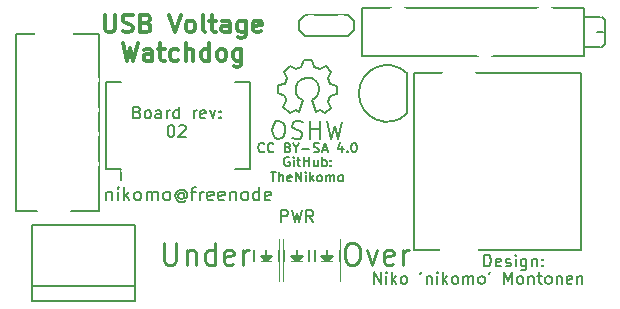
<source format=gto>
G04 #@! TF.FileFunction,Legend,Top*
%FSLAX46Y46*%
G04 Gerber Fmt 4.6, Leading zero omitted, Abs format (unit mm)*
G04 Created by KiCad (PCBNEW 4.0.1-stable) date Fri 18 Dec 2015 10:46:47 AM EET*
%MOMM*%
G01*
G04 APERTURE LIST*
%ADD10C,0.100000*%
%ADD11C,0.180000*%
%ADD12C,0.200000*%
%ADD13C,0.152400*%
%ADD14C,0.300000*%
%ADD15C,0.250000*%
%ADD16C,0.150000*%
%ADD17C,1.777000*%
%ADD18R,2.180860X1.977660*%
%ADD19C,1.380760*%
%ADD20C,2.180000*%
%ADD21C,3.379740*%
%ADD22C,1.904000*%
%ADD23O,1.980000X1.980000*%
%ADD24R,0.780000X1.730000*%
%ADD25O,1.880000X1.880000*%
%ADD26O,2.180000X2.580000*%
%ADD27R,2.880000X1.580000*%
G04 APERTURE END LIST*
D10*
D11*
X161091667Y-55913571D02*
X161234524Y-55961190D01*
X161282143Y-56008810D01*
X161329762Y-56104048D01*
X161329762Y-56246905D01*
X161282143Y-56342143D01*
X161234524Y-56389762D01*
X161139286Y-56437381D01*
X160758333Y-56437381D01*
X160758333Y-55437381D01*
X161091667Y-55437381D01*
X161186905Y-55485000D01*
X161234524Y-55532619D01*
X161282143Y-55627857D01*
X161282143Y-55723095D01*
X161234524Y-55818333D01*
X161186905Y-55865952D01*
X161091667Y-55913571D01*
X160758333Y-55913571D01*
X161901190Y-56437381D02*
X161805952Y-56389762D01*
X161758333Y-56342143D01*
X161710714Y-56246905D01*
X161710714Y-55961190D01*
X161758333Y-55865952D01*
X161805952Y-55818333D01*
X161901190Y-55770714D01*
X162044048Y-55770714D01*
X162139286Y-55818333D01*
X162186905Y-55865952D01*
X162234524Y-55961190D01*
X162234524Y-56246905D01*
X162186905Y-56342143D01*
X162139286Y-56389762D01*
X162044048Y-56437381D01*
X161901190Y-56437381D01*
X163091667Y-56437381D02*
X163091667Y-55913571D01*
X163044048Y-55818333D01*
X162948810Y-55770714D01*
X162758333Y-55770714D01*
X162663095Y-55818333D01*
X163091667Y-56389762D02*
X162996429Y-56437381D01*
X162758333Y-56437381D01*
X162663095Y-56389762D01*
X162615476Y-56294524D01*
X162615476Y-56199286D01*
X162663095Y-56104048D01*
X162758333Y-56056429D01*
X162996429Y-56056429D01*
X163091667Y-56008810D01*
X163567857Y-56437381D02*
X163567857Y-55770714D01*
X163567857Y-55961190D02*
X163615476Y-55865952D01*
X163663095Y-55818333D01*
X163758333Y-55770714D01*
X163853572Y-55770714D01*
X164615477Y-56437381D02*
X164615477Y-55437381D01*
X164615477Y-56389762D02*
X164520239Y-56437381D01*
X164329762Y-56437381D01*
X164234524Y-56389762D01*
X164186905Y-56342143D01*
X164139286Y-56246905D01*
X164139286Y-55961190D01*
X164186905Y-55865952D01*
X164234524Y-55818333D01*
X164329762Y-55770714D01*
X164520239Y-55770714D01*
X164615477Y-55818333D01*
X165853572Y-56437381D02*
X165853572Y-55770714D01*
X165853572Y-55961190D02*
X165901191Y-55865952D01*
X165948810Y-55818333D01*
X166044048Y-55770714D01*
X166139287Y-55770714D01*
X166853573Y-56389762D02*
X166758335Y-56437381D01*
X166567858Y-56437381D01*
X166472620Y-56389762D01*
X166425001Y-56294524D01*
X166425001Y-55913571D01*
X166472620Y-55818333D01*
X166567858Y-55770714D01*
X166758335Y-55770714D01*
X166853573Y-55818333D01*
X166901192Y-55913571D01*
X166901192Y-56008810D01*
X166425001Y-56104048D01*
X167234525Y-55770714D02*
X167472620Y-56437381D01*
X167710716Y-55770714D01*
X168091668Y-56342143D02*
X168139287Y-56389762D01*
X168091668Y-56437381D01*
X168044049Y-56389762D01*
X168091668Y-56342143D01*
X168091668Y-56437381D01*
X168091668Y-55818333D02*
X168139287Y-55865952D01*
X168091668Y-55913571D01*
X168044049Y-55865952D01*
X168091668Y-55818333D01*
X168091668Y-55913571D01*
X163901190Y-57017381D02*
X163996429Y-57017381D01*
X164091667Y-57065000D01*
X164139286Y-57112619D01*
X164186905Y-57207857D01*
X164234524Y-57398333D01*
X164234524Y-57636429D01*
X164186905Y-57826905D01*
X164139286Y-57922143D01*
X164091667Y-57969762D01*
X163996429Y-58017381D01*
X163901190Y-58017381D01*
X163805952Y-57969762D01*
X163758333Y-57922143D01*
X163710714Y-57826905D01*
X163663095Y-57636429D01*
X163663095Y-57398333D01*
X163710714Y-57207857D01*
X163758333Y-57112619D01*
X163805952Y-57065000D01*
X163901190Y-57017381D01*
X164615476Y-57112619D02*
X164663095Y-57065000D01*
X164758333Y-57017381D01*
X164996429Y-57017381D01*
X165091667Y-57065000D01*
X165139286Y-57112619D01*
X165186905Y-57207857D01*
X165186905Y-57303095D01*
X165139286Y-57445952D01*
X164567857Y-58017381D01*
X165186905Y-58017381D01*
D12*
X190473810Y-68977381D02*
X190473810Y-67977381D01*
X190711905Y-67977381D01*
X190854763Y-68025000D01*
X190950001Y-68120238D01*
X190997620Y-68215476D01*
X191045239Y-68405952D01*
X191045239Y-68548810D01*
X190997620Y-68739286D01*
X190950001Y-68834524D01*
X190854763Y-68929762D01*
X190711905Y-68977381D01*
X190473810Y-68977381D01*
X191854763Y-68929762D02*
X191759525Y-68977381D01*
X191569048Y-68977381D01*
X191473810Y-68929762D01*
X191426191Y-68834524D01*
X191426191Y-68453571D01*
X191473810Y-68358333D01*
X191569048Y-68310714D01*
X191759525Y-68310714D01*
X191854763Y-68358333D01*
X191902382Y-68453571D01*
X191902382Y-68548810D01*
X191426191Y-68644048D01*
X192283334Y-68929762D02*
X192378572Y-68977381D01*
X192569048Y-68977381D01*
X192664287Y-68929762D01*
X192711906Y-68834524D01*
X192711906Y-68786905D01*
X192664287Y-68691667D01*
X192569048Y-68644048D01*
X192426191Y-68644048D01*
X192330953Y-68596429D01*
X192283334Y-68501190D01*
X192283334Y-68453571D01*
X192330953Y-68358333D01*
X192426191Y-68310714D01*
X192569048Y-68310714D01*
X192664287Y-68358333D01*
X193140477Y-68977381D02*
X193140477Y-68310714D01*
X193140477Y-67977381D02*
X193092858Y-68025000D01*
X193140477Y-68072619D01*
X193188096Y-68025000D01*
X193140477Y-67977381D01*
X193140477Y-68072619D01*
X194045239Y-68310714D02*
X194045239Y-69120238D01*
X193997620Y-69215476D01*
X193950001Y-69263095D01*
X193854762Y-69310714D01*
X193711905Y-69310714D01*
X193616667Y-69263095D01*
X194045239Y-68929762D02*
X193950001Y-68977381D01*
X193759524Y-68977381D01*
X193664286Y-68929762D01*
X193616667Y-68882143D01*
X193569048Y-68786905D01*
X193569048Y-68501190D01*
X193616667Y-68405952D01*
X193664286Y-68358333D01*
X193759524Y-68310714D01*
X193950001Y-68310714D01*
X194045239Y-68358333D01*
X194521429Y-68310714D02*
X194521429Y-68977381D01*
X194521429Y-68405952D02*
X194569048Y-68358333D01*
X194664286Y-68310714D01*
X194807144Y-68310714D01*
X194902382Y-68358333D01*
X194950001Y-68453571D01*
X194950001Y-68977381D01*
X195426191Y-68882143D02*
X195473810Y-68929762D01*
X195426191Y-68977381D01*
X195378572Y-68929762D01*
X195426191Y-68882143D01*
X195426191Y-68977381D01*
X195426191Y-68358333D02*
X195473810Y-68405952D01*
X195426191Y-68453571D01*
X195378572Y-68405952D01*
X195426191Y-68358333D01*
X195426191Y-68453571D01*
X158484525Y-62639286D02*
X158484525Y-63372619D01*
X158484525Y-62744048D02*
X158536906Y-62691667D01*
X158641668Y-62639286D01*
X158798810Y-62639286D01*
X158903572Y-62691667D01*
X158955953Y-62796429D01*
X158955953Y-63372619D01*
X159479763Y-63372619D02*
X159479763Y-62639286D01*
X159479763Y-62272619D02*
X159427382Y-62325000D01*
X159479763Y-62377381D01*
X159532144Y-62325000D01*
X159479763Y-62272619D01*
X159479763Y-62377381D01*
X160003573Y-63372619D02*
X160003573Y-62272619D01*
X160108335Y-62953571D02*
X160422620Y-63372619D01*
X160422620Y-62639286D02*
X160003573Y-63058333D01*
X161051192Y-63372619D02*
X160946430Y-63320238D01*
X160894049Y-63267857D01*
X160841668Y-63163095D01*
X160841668Y-62848810D01*
X160894049Y-62744048D01*
X160946430Y-62691667D01*
X161051192Y-62639286D01*
X161208334Y-62639286D01*
X161313096Y-62691667D01*
X161365477Y-62744048D01*
X161417858Y-62848810D01*
X161417858Y-63163095D01*
X161365477Y-63267857D01*
X161313096Y-63320238D01*
X161208334Y-63372619D01*
X161051192Y-63372619D01*
X161889287Y-63372619D02*
X161889287Y-62639286D01*
X161889287Y-62744048D02*
X161941668Y-62691667D01*
X162046430Y-62639286D01*
X162203572Y-62639286D01*
X162308334Y-62691667D01*
X162360715Y-62796429D01*
X162360715Y-63372619D01*
X162360715Y-62796429D02*
X162413096Y-62691667D01*
X162517858Y-62639286D01*
X162675001Y-62639286D01*
X162779763Y-62691667D01*
X162832144Y-62796429D01*
X162832144Y-63372619D01*
X163513097Y-63372619D02*
X163408335Y-63320238D01*
X163355954Y-63267857D01*
X163303573Y-63163095D01*
X163303573Y-62848810D01*
X163355954Y-62744048D01*
X163408335Y-62691667D01*
X163513097Y-62639286D01*
X163670239Y-62639286D01*
X163775001Y-62691667D01*
X163827382Y-62744048D01*
X163879763Y-62848810D01*
X163879763Y-63163095D01*
X163827382Y-63267857D01*
X163775001Y-63320238D01*
X163670239Y-63372619D01*
X163513097Y-63372619D01*
X165032144Y-62848810D02*
X164979763Y-62796429D01*
X164875001Y-62744048D01*
X164770239Y-62744048D01*
X164665477Y-62796429D01*
X164613097Y-62848810D01*
X164560716Y-62953571D01*
X164560716Y-63058333D01*
X164613097Y-63163095D01*
X164665477Y-63215476D01*
X164770239Y-63267857D01*
X164875001Y-63267857D01*
X164979763Y-63215476D01*
X165032144Y-63163095D01*
X165032144Y-62744048D02*
X165032144Y-63163095D01*
X165084525Y-63215476D01*
X165136906Y-63215476D01*
X165241668Y-63163095D01*
X165294049Y-63058333D01*
X165294049Y-62796429D01*
X165189287Y-62639286D01*
X165032144Y-62534524D01*
X164822620Y-62482143D01*
X164613097Y-62534524D01*
X164455954Y-62639286D01*
X164351192Y-62796429D01*
X164298811Y-63005952D01*
X164351192Y-63215476D01*
X164455954Y-63372619D01*
X164613097Y-63477381D01*
X164822620Y-63529762D01*
X165032144Y-63477381D01*
X165189287Y-63372619D01*
X165608335Y-62639286D02*
X166027383Y-62639286D01*
X165765478Y-63372619D02*
X165765478Y-62429762D01*
X165817859Y-62325000D01*
X165922621Y-62272619D01*
X166027383Y-62272619D01*
X166394049Y-63372619D02*
X166394049Y-62639286D01*
X166394049Y-62848810D02*
X166446430Y-62744048D01*
X166498811Y-62691667D01*
X166603573Y-62639286D01*
X166708334Y-62639286D01*
X167494048Y-63320238D02*
X167389286Y-63372619D01*
X167179763Y-63372619D01*
X167075001Y-63320238D01*
X167022620Y-63215476D01*
X167022620Y-62796429D01*
X167075001Y-62691667D01*
X167179763Y-62639286D01*
X167389286Y-62639286D01*
X167494048Y-62691667D01*
X167546429Y-62796429D01*
X167546429Y-62901190D01*
X167022620Y-63005952D01*
X168436905Y-63320238D02*
X168332143Y-63372619D01*
X168122620Y-63372619D01*
X168017858Y-63320238D01*
X167965477Y-63215476D01*
X167965477Y-62796429D01*
X168017858Y-62691667D01*
X168122620Y-62639286D01*
X168332143Y-62639286D01*
X168436905Y-62691667D01*
X168489286Y-62796429D01*
X168489286Y-62901190D01*
X167965477Y-63005952D01*
X168960715Y-62639286D02*
X168960715Y-63372619D01*
X168960715Y-62744048D02*
X169013096Y-62691667D01*
X169117858Y-62639286D01*
X169275000Y-62639286D01*
X169379762Y-62691667D01*
X169432143Y-62796429D01*
X169432143Y-63372619D01*
X170113096Y-63372619D02*
X170008334Y-63320238D01*
X169955953Y-63267857D01*
X169903572Y-63163095D01*
X169903572Y-62848810D01*
X169955953Y-62744048D01*
X170008334Y-62691667D01*
X170113096Y-62639286D01*
X170270238Y-62639286D01*
X170375000Y-62691667D01*
X170427381Y-62744048D01*
X170479762Y-62848810D01*
X170479762Y-63163095D01*
X170427381Y-63267857D01*
X170375000Y-63320238D01*
X170270238Y-63372619D01*
X170113096Y-63372619D01*
X171422619Y-63372619D02*
X171422619Y-62272619D01*
X171422619Y-63320238D02*
X171317857Y-63372619D01*
X171108334Y-63372619D01*
X171003572Y-63320238D01*
X170951191Y-63267857D01*
X170898810Y-63163095D01*
X170898810Y-62848810D01*
X170951191Y-62744048D01*
X171003572Y-62691667D01*
X171108334Y-62639286D01*
X171317857Y-62639286D01*
X171422619Y-62691667D01*
X172365476Y-63320238D02*
X172260714Y-63372619D01*
X172051191Y-63372619D01*
X171946429Y-63320238D01*
X171894048Y-63215476D01*
X171894048Y-62796429D01*
X171946429Y-62691667D01*
X172051191Y-62639286D01*
X172260714Y-62639286D01*
X172365476Y-62691667D01*
X172417857Y-62796429D01*
X172417857Y-62901190D01*
X171894048Y-63005952D01*
D13*
X171823810Y-59235714D02*
X171785715Y-59273810D01*
X171671429Y-59311905D01*
X171595239Y-59311905D01*
X171480953Y-59273810D01*
X171404762Y-59197619D01*
X171366667Y-59121429D01*
X171328572Y-58969048D01*
X171328572Y-58854762D01*
X171366667Y-58702381D01*
X171404762Y-58626190D01*
X171480953Y-58550000D01*
X171595239Y-58511905D01*
X171671429Y-58511905D01*
X171785715Y-58550000D01*
X171823810Y-58588095D01*
X172623810Y-59235714D02*
X172585715Y-59273810D01*
X172471429Y-59311905D01*
X172395239Y-59311905D01*
X172280953Y-59273810D01*
X172204762Y-59197619D01*
X172166667Y-59121429D01*
X172128572Y-58969048D01*
X172128572Y-58854762D01*
X172166667Y-58702381D01*
X172204762Y-58626190D01*
X172280953Y-58550000D01*
X172395239Y-58511905D01*
X172471429Y-58511905D01*
X172585715Y-58550000D01*
X172623810Y-58588095D01*
X173842858Y-58892857D02*
X173957144Y-58930952D01*
X173995239Y-58969048D01*
X174033334Y-59045238D01*
X174033334Y-59159524D01*
X173995239Y-59235714D01*
X173957144Y-59273810D01*
X173880953Y-59311905D01*
X173576191Y-59311905D01*
X173576191Y-58511905D01*
X173842858Y-58511905D01*
X173919048Y-58550000D01*
X173957144Y-58588095D01*
X173995239Y-58664286D01*
X173995239Y-58740476D01*
X173957144Y-58816667D01*
X173919048Y-58854762D01*
X173842858Y-58892857D01*
X173576191Y-58892857D01*
X174528572Y-58930952D02*
X174528572Y-59311905D01*
X174261905Y-58511905D02*
X174528572Y-58930952D01*
X174795239Y-58511905D01*
X175061905Y-59007143D02*
X175671429Y-59007143D01*
X176014286Y-59273810D02*
X176128572Y-59311905D01*
X176319048Y-59311905D01*
X176395238Y-59273810D01*
X176433334Y-59235714D01*
X176471429Y-59159524D01*
X176471429Y-59083333D01*
X176433334Y-59007143D01*
X176395238Y-58969048D01*
X176319048Y-58930952D01*
X176166667Y-58892857D01*
X176090476Y-58854762D01*
X176052381Y-58816667D01*
X176014286Y-58740476D01*
X176014286Y-58664286D01*
X176052381Y-58588095D01*
X176090476Y-58550000D01*
X176166667Y-58511905D01*
X176357143Y-58511905D01*
X176471429Y-58550000D01*
X176776191Y-59083333D02*
X177157143Y-59083333D01*
X176700000Y-59311905D02*
X176966667Y-58511905D01*
X177233334Y-59311905D01*
X178452381Y-58778571D02*
X178452381Y-59311905D01*
X178261905Y-58473810D02*
X178071429Y-59045238D01*
X178566667Y-59045238D01*
X178871429Y-59235714D02*
X178909524Y-59273810D01*
X178871429Y-59311905D01*
X178833334Y-59273810D01*
X178871429Y-59235714D01*
X178871429Y-59311905D01*
X179404762Y-58511905D02*
X179480953Y-58511905D01*
X179557143Y-58550000D01*
X179595238Y-58588095D01*
X179633334Y-58664286D01*
X179671429Y-58816667D01*
X179671429Y-59007143D01*
X179633334Y-59159524D01*
X179595238Y-59235714D01*
X179557143Y-59273810D01*
X179480953Y-59311905D01*
X179404762Y-59311905D01*
X179328572Y-59273810D01*
X179290476Y-59235714D01*
X179252381Y-59159524D01*
X179214286Y-59007143D01*
X179214286Y-58816667D01*
X179252381Y-58664286D01*
X179290476Y-58588095D01*
X179328572Y-58550000D01*
X179404762Y-58511905D01*
X173957143Y-59738800D02*
X173880952Y-59700705D01*
X173766667Y-59700705D01*
X173652381Y-59738800D01*
X173576190Y-59814990D01*
X173538095Y-59891181D01*
X173500000Y-60043562D01*
X173500000Y-60157848D01*
X173538095Y-60310229D01*
X173576190Y-60386419D01*
X173652381Y-60462610D01*
X173766667Y-60500705D01*
X173842857Y-60500705D01*
X173957143Y-60462610D01*
X173995238Y-60424514D01*
X173995238Y-60157848D01*
X173842857Y-60157848D01*
X174338095Y-60500705D02*
X174338095Y-59967371D01*
X174338095Y-59700705D02*
X174300000Y-59738800D01*
X174338095Y-59776895D01*
X174376190Y-59738800D01*
X174338095Y-59700705D01*
X174338095Y-59776895D01*
X174604761Y-59967371D02*
X174909523Y-59967371D01*
X174719047Y-59700705D02*
X174719047Y-60386419D01*
X174757142Y-60462610D01*
X174833333Y-60500705D01*
X174909523Y-60500705D01*
X175176190Y-60500705D02*
X175176190Y-59700705D01*
X175176190Y-60081657D02*
X175633333Y-60081657D01*
X175633333Y-60500705D02*
X175633333Y-59700705D01*
X176357142Y-59967371D02*
X176357142Y-60500705D01*
X176014285Y-59967371D02*
X176014285Y-60386419D01*
X176052380Y-60462610D01*
X176128571Y-60500705D01*
X176242857Y-60500705D01*
X176319047Y-60462610D01*
X176357142Y-60424514D01*
X176738095Y-60500705D02*
X176738095Y-59700705D01*
X176738095Y-60005467D02*
X176814286Y-59967371D01*
X176966667Y-59967371D01*
X177042857Y-60005467D01*
X177080952Y-60043562D01*
X177119048Y-60119752D01*
X177119048Y-60348324D01*
X177080952Y-60424514D01*
X177042857Y-60462610D01*
X176966667Y-60500705D01*
X176814286Y-60500705D01*
X176738095Y-60462610D01*
X177461905Y-60424514D02*
X177500000Y-60462610D01*
X177461905Y-60500705D01*
X177423810Y-60462610D01*
X177461905Y-60424514D01*
X177461905Y-60500705D01*
X177461905Y-60005467D02*
X177500000Y-60043562D01*
X177461905Y-60081657D01*
X177423810Y-60043562D01*
X177461905Y-60005467D01*
X177461905Y-60081657D01*
X172376190Y-60973105D02*
X172833333Y-60973105D01*
X172604762Y-61773105D02*
X172604762Y-60973105D01*
X173100000Y-61773105D02*
X173100000Y-60973105D01*
X173442857Y-61773105D02*
X173442857Y-61354057D01*
X173404762Y-61277867D01*
X173328572Y-61239771D01*
X173214286Y-61239771D01*
X173138095Y-61277867D01*
X173100000Y-61315962D01*
X174128572Y-61735010D02*
X174052382Y-61773105D01*
X173900001Y-61773105D01*
X173823810Y-61735010D01*
X173785715Y-61658819D01*
X173785715Y-61354057D01*
X173823810Y-61277867D01*
X173900001Y-61239771D01*
X174052382Y-61239771D01*
X174128572Y-61277867D01*
X174166667Y-61354057D01*
X174166667Y-61430248D01*
X173785715Y-61506438D01*
X174509524Y-61773105D02*
X174509524Y-60973105D01*
X174966667Y-61773105D01*
X174966667Y-60973105D01*
X175347619Y-61773105D02*
X175347619Y-61239771D01*
X175347619Y-60973105D02*
X175309524Y-61011200D01*
X175347619Y-61049295D01*
X175385714Y-61011200D01*
X175347619Y-60973105D01*
X175347619Y-61049295D01*
X175728571Y-61773105D02*
X175728571Y-60973105D01*
X175804762Y-61468343D02*
X176033333Y-61773105D01*
X176033333Y-61239771D02*
X175728571Y-61544533D01*
X176490476Y-61773105D02*
X176414285Y-61735010D01*
X176376190Y-61696914D01*
X176338095Y-61620724D01*
X176338095Y-61392152D01*
X176376190Y-61315962D01*
X176414285Y-61277867D01*
X176490476Y-61239771D01*
X176604762Y-61239771D01*
X176680952Y-61277867D01*
X176719047Y-61315962D01*
X176757143Y-61392152D01*
X176757143Y-61620724D01*
X176719047Y-61696914D01*
X176680952Y-61735010D01*
X176604762Y-61773105D01*
X176490476Y-61773105D01*
X177100000Y-61773105D02*
X177100000Y-61239771D01*
X177100000Y-61315962D02*
X177138095Y-61277867D01*
X177214286Y-61239771D01*
X177328572Y-61239771D01*
X177404762Y-61277867D01*
X177442857Y-61354057D01*
X177442857Y-61773105D01*
X177442857Y-61354057D02*
X177480953Y-61277867D01*
X177557143Y-61239771D01*
X177671429Y-61239771D01*
X177747619Y-61277867D01*
X177785714Y-61354057D01*
X177785714Y-61773105D01*
X178280953Y-61773105D02*
X178204762Y-61735010D01*
X178166667Y-61696914D01*
X178128572Y-61620724D01*
X178128572Y-61392152D01*
X178166667Y-61315962D01*
X178204762Y-61277867D01*
X178280953Y-61239771D01*
X178395239Y-61239771D01*
X178471429Y-61277867D01*
X178509524Y-61315962D01*
X178547620Y-61392152D01*
X178547620Y-61620724D01*
X178509524Y-61696914D01*
X178471429Y-61735010D01*
X178395239Y-61773105D01*
X178280953Y-61773105D01*
D12*
X181116667Y-70452381D02*
X181116667Y-69452381D01*
X181688096Y-70452381D01*
X181688096Y-69452381D01*
X182164286Y-70452381D02*
X182164286Y-69785714D01*
X182164286Y-69452381D02*
X182116667Y-69500000D01*
X182164286Y-69547619D01*
X182211905Y-69500000D01*
X182164286Y-69452381D01*
X182164286Y-69547619D01*
X182640476Y-70452381D02*
X182640476Y-69452381D01*
X182735714Y-70071429D02*
X183021429Y-70452381D01*
X183021429Y-69785714D02*
X182640476Y-70166667D01*
X183592857Y-70452381D02*
X183497619Y-70404762D01*
X183450000Y-70357143D01*
X183402381Y-70261905D01*
X183402381Y-69976190D01*
X183450000Y-69880952D01*
X183497619Y-69833333D01*
X183592857Y-69785714D01*
X183735715Y-69785714D01*
X183830953Y-69833333D01*
X183878572Y-69880952D01*
X183926191Y-69976190D01*
X183926191Y-70261905D01*
X183878572Y-70357143D01*
X183830953Y-70404762D01*
X183735715Y-70452381D01*
X183592857Y-70452381D01*
X185164286Y-69452381D02*
X185069048Y-69642857D01*
X185592857Y-69785714D02*
X185592857Y-70452381D01*
X185592857Y-69880952D02*
X185640476Y-69833333D01*
X185735714Y-69785714D01*
X185878572Y-69785714D01*
X185973810Y-69833333D01*
X186021429Y-69928571D01*
X186021429Y-70452381D01*
X186497619Y-70452381D02*
X186497619Y-69785714D01*
X186497619Y-69452381D02*
X186450000Y-69500000D01*
X186497619Y-69547619D01*
X186545238Y-69500000D01*
X186497619Y-69452381D01*
X186497619Y-69547619D01*
X186973809Y-70452381D02*
X186973809Y-69452381D01*
X187069047Y-70071429D02*
X187354762Y-70452381D01*
X187354762Y-69785714D02*
X186973809Y-70166667D01*
X187926190Y-70452381D02*
X187830952Y-70404762D01*
X187783333Y-70357143D01*
X187735714Y-70261905D01*
X187735714Y-69976190D01*
X187783333Y-69880952D01*
X187830952Y-69833333D01*
X187926190Y-69785714D01*
X188069048Y-69785714D01*
X188164286Y-69833333D01*
X188211905Y-69880952D01*
X188259524Y-69976190D01*
X188259524Y-70261905D01*
X188211905Y-70357143D01*
X188164286Y-70404762D01*
X188069048Y-70452381D01*
X187926190Y-70452381D01*
X188688095Y-70452381D02*
X188688095Y-69785714D01*
X188688095Y-69880952D02*
X188735714Y-69833333D01*
X188830952Y-69785714D01*
X188973810Y-69785714D01*
X189069048Y-69833333D01*
X189116667Y-69928571D01*
X189116667Y-70452381D01*
X189116667Y-69928571D02*
X189164286Y-69833333D01*
X189259524Y-69785714D01*
X189402381Y-69785714D01*
X189497619Y-69833333D01*
X189545238Y-69928571D01*
X189545238Y-70452381D01*
X190164285Y-70452381D02*
X190069047Y-70404762D01*
X190021428Y-70357143D01*
X189973809Y-70261905D01*
X189973809Y-69976190D01*
X190021428Y-69880952D01*
X190069047Y-69833333D01*
X190164285Y-69785714D01*
X190307143Y-69785714D01*
X190402381Y-69833333D01*
X190450000Y-69880952D01*
X190497619Y-69976190D01*
X190497619Y-70261905D01*
X190450000Y-70357143D01*
X190402381Y-70404762D01*
X190307143Y-70452381D01*
X190164285Y-70452381D01*
X190973809Y-69452381D02*
X190878571Y-69642857D01*
X192164285Y-70452381D02*
X192164285Y-69452381D01*
X192497619Y-70166667D01*
X192830952Y-69452381D01*
X192830952Y-70452381D01*
X193449999Y-70452381D02*
X193354761Y-70404762D01*
X193307142Y-70357143D01*
X193259523Y-70261905D01*
X193259523Y-69976190D01*
X193307142Y-69880952D01*
X193354761Y-69833333D01*
X193449999Y-69785714D01*
X193592857Y-69785714D01*
X193688095Y-69833333D01*
X193735714Y-69880952D01*
X193783333Y-69976190D01*
X193783333Y-70261905D01*
X193735714Y-70357143D01*
X193688095Y-70404762D01*
X193592857Y-70452381D01*
X193449999Y-70452381D01*
X194211904Y-69785714D02*
X194211904Y-70452381D01*
X194211904Y-69880952D02*
X194259523Y-69833333D01*
X194354761Y-69785714D01*
X194497619Y-69785714D01*
X194592857Y-69833333D01*
X194640476Y-69928571D01*
X194640476Y-70452381D01*
X194973809Y-69785714D02*
X195354761Y-69785714D01*
X195116666Y-69452381D02*
X195116666Y-70309524D01*
X195164285Y-70404762D01*
X195259523Y-70452381D01*
X195354761Y-70452381D01*
X195830952Y-70452381D02*
X195735714Y-70404762D01*
X195688095Y-70357143D01*
X195640476Y-70261905D01*
X195640476Y-69976190D01*
X195688095Y-69880952D01*
X195735714Y-69833333D01*
X195830952Y-69785714D01*
X195973810Y-69785714D01*
X196069048Y-69833333D01*
X196116667Y-69880952D01*
X196164286Y-69976190D01*
X196164286Y-70261905D01*
X196116667Y-70357143D01*
X196069048Y-70404762D01*
X195973810Y-70452381D01*
X195830952Y-70452381D01*
X196592857Y-69785714D02*
X196592857Y-70452381D01*
X196592857Y-69880952D02*
X196640476Y-69833333D01*
X196735714Y-69785714D01*
X196878572Y-69785714D01*
X196973810Y-69833333D01*
X197021429Y-69928571D01*
X197021429Y-70452381D01*
X197878572Y-70404762D02*
X197783334Y-70452381D01*
X197592857Y-70452381D01*
X197497619Y-70404762D01*
X197450000Y-70309524D01*
X197450000Y-69928571D01*
X197497619Y-69833333D01*
X197592857Y-69785714D01*
X197783334Y-69785714D01*
X197878572Y-69833333D01*
X197926191Y-69928571D01*
X197926191Y-70023810D01*
X197450000Y-70119048D01*
X198354762Y-69785714D02*
X198354762Y-70452381D01*
X198354762Y-69880952D02*
X198402381Y-69833333D01*
X198497619Y-69785714D01*
X198640477Y-69785714D01*
X198735715Y-69833333D01*
X198783334Y-69928571D01*
X198783334Y-70452381D01*
D14*
X158342858Y-47653571D02*
X158342858Y-48867857D01*
X158414286Y-49010714D01*
X158485715Y-49082143D01*
X158628572Y-49153571D01*
X158914286Y-49153571D01*
X159057144Y-49082143D01*
X159128572Y-49010714D01*
X159200001Y-48867857D01*
X159200001Y-47653571D01*
X159842858Y-49082143D02*
X160057144Y-49153571D01*
X160414287Y-49153571D01*
X160557144Y-49082143D01*
X160628573Y-49010714D01*
X160700001Y-48867857D01*
X160700001Y-48725000D01*
X160628573Y-48582143D01*
X160557144Y-48510714D01*
X160414287Y-48439286D01*
X160128573Y-48367857D01*
X159985715Y-48296429D01*
X159914287Y-48225000D01*
X159842858Y-48082143D01*
X159842858Y-47939286D01*
X159914287Y-47796429D01*
X159985715Y-47725000D01*
X160128573Y-47653571D01*
X160485715Y-47653571D01*
X160700001Y-47725000D01*
X161842858Y-48367857D02*
X162057144Y-48439286D01*
X162128572Y-48510714D01*
X162200001Y-48653571D01*
X162200001Y-48867857D01*
X162128572Y-49010714D01*
X162057144Y-49082143D01*
X161914286Y-49153571D01*
X161342858Y-49153571D01*
X161342858Y-47653571D01*
X161842858Y-47653571D01*
X161985715Y-47725000D01*
X162057144Y-47796429D01*
X162128572Y-47939286D01*
X162128572Y-48082143D01*
X162057144Y-48225000D01*
X161985715Y-48296429D01*
X161842858Y-48367857D01*
X161342858Y-48367857D01*
X163771429Y-47653571D02*
X164271429Y-49153571D01*
X164771429Y-47653571D01*
X165485715Y-49153571D02*
X165342857Y-49082143D01*
X165271429Y-49010714D01*
X165200000Y-48867857D01*
X165200000Y-48439286D01*
X165271429Y-48296429D01*
X165342857Y-48225000D01*
X165485715Y-48153571D01*
X165700000Y-48153571D01*
X165842857Y-48225000D01*
X165914286Y-48296429D01*
X165985715Y-48439286D01*
X165985715Y-48867857D01*
X165914286Y-49010714D01*
X165842857Y-49082143D01*
X165700000Y-49153571D01*
X165485715Y-49153571D01*
X166842858Y-49153571D02*
X166700000Y-49082143D01*
X166628572Y-48939286D01*
X166628572Y-47653571D01*
X167200000Y-48153571D02*
X167771429Y-48153571D01*
X167414286Y-47653571D02*
X167414286Y-48939286D01*
X167485714Y-49082143D01*
X167628572Y-49153571D01*
X167771429Y-49153571D01*
X168914286Y-49153571D02*
X168914286Y-48367857D01*
X168842857Y-48225000D01*
X168700000Y-48153571D01*
X168414286Y-48153571D01*
X168271429Y-48225000D01*
X168914286Y-49082143D02*
X168771429Y-49153571D01*
X168414286Y-49153571D01*
X168271429Y-49082143D01*
X168200000Y-48939286D01*
X168200000Y-48796429D01*
X168271429Y-48653571D01*
X168414286Y-48582143D01*
X168771429Y-48582143D01*
X168914286Y-48510714D01*
X170271429Y-48153571D02*
X170271429Y-49367857D01*
X170200000Y-49510714D01*
X170128572Y-49582143D01*
X169985715Y-49653571D01*
X169771429Y-49653571D01*
X169628572Y-49582143D01*
X170271429Y-49082143D02*
X170128572Y-49153571D01*
X169842858Y-49153571D01*
X169700000Y-49082143D01*
X169628572Y-49010714D01*
X169557143Y-48867857D01*
X169557143Y-48439286D01*
X169628572Y-48296429D01*
X169700000Y-48225000D01*
X169842858Y-48153571D01*
X170128572Y-48153571D01*
X170271429Y-48225000D01*
X171557143Y-49082143D02*
X171414286Y-49153571D01*
X171128572Y-49153571D01*
X170985715Y-49082143D01*
X170914286Y-48939286D01*
X170914286Y-48367857D01*
X170985715Y-48225000D01*
X171128572Y-48153571D01*
X171414286Y-48153571D01*
X171557143Y-48225000D01*
X171628572Y-48367857D01*
X171628572Y-48510714D01*
X170914286Y-48653571D01*
X159842857Y-50053571D02*
X160200000Y-51553571D01*
X160485714Y-50482143D01*
X160771428Y-51553571D01*
X161128571Y-50053571D01*
X162342857Y-51553571D02*
X162342857Y-50767857D01*
X162271428Y-50625000D01*
X162128571Y-50553571D01*
X161842857Y-50553571D01*
X161700000Y-50625000D01*
X162342857Y-51482143D02*
X162200000Y-51553571D01*
X161842857Y-51553571D01*
X161700000Y-51482143D01*
X161628571Y-51339286D01*
X161628571Y-51196429D01*
X161700000Y-51053571D01*
X161842857Y-50982143D01*
X162200000Y-50982143D01*
X162342857Y-50910714D01*
X162842857Y-50553571D02*
X163414286Y-50553571D01*
X163057143Y-50053571D02*
X163057143Y-51339286D01*
X163128571Y-51482143D01*
X163271429Y-51553571D01*
X163414286Y-51553571D01*
X164557143Y-51482143D02*
X164414286Y-51553571D01*
X164128572Y-51553571D01*
X163985714Y-51482143D01*
X163914286Y-51410714D01*
X163842857Y-51267857D01*
X163842857Y-50839286D01*
X163914286Y-50696429D01*
X163985714Y-50625000D01*
X164128572Y-50553571D01*
X164414286Y-50553571D01*
X164557143Y-50625000D01*
X165200000Y-51553571D02*
X165200000Y-50053571D01*
X165842857Y-51553571D02*
X165842857Y-50767857D01*
X165771428Y-50625000D01*
X165628571Y-50553571D01*
X165414286Y-50553571D01*
X165271428Y-50625000D01*
X165200000Y-50696429D01*
X167200000Y-51553571D02*
X167200000Y-50053571D01*
X167200000Y-51482143D02*
X167057143Y-51553571D01*
X166771429Y-51553571D01*
X166628571Y-51482143D01*
X166557143Y-51410714D01*
X166485714Y-51267857D01*
X166485714Y-50839286D01*
X166557143Y-50696429D01*
X166628571Y-50625000D01*
X166771429Y-50553571D01*
X167057143Y-50553571D01*
X167200000Y-50625000D01*
X168128572Y-51553571D02*
X167985714Y-51482143D01*
X167914286Y-51410714D01*
X167842857Y-51267857D01*
X167842857Y-50839286D01*
X167914286Y-50696429D01*
X167985714Y-50625000D01*
X168128572Y-50553571D01*
X168342857Y-50553571D01*
X168485714Y-50625000D01*
X168557143Y-50696429D01*
X168628572Y-50839286D01*
X168628572Y-51267857D01*
X168557143Y-51410714D01*
X168485714Y-51482143D01*
X168342857Y-51553571D01*
X168128572Y-51553571D01*
X169914286Y-50553571D02*
X169914286Y-51767857D01*
X169842857Y-51910714D01*
X169771429Y-51982143D01*
X169628572Y-52053571D01*
X169414286Y-52053571D01*
X169271429Y-51982143D01*
X169914286Y-51482143D02*
X169771429Y-51553571D01*
X169485715Y-51553571D01*
X169342857Y-51482143D01*
X169271429Y-51410714D01*
X169200000Y-51267857D01*
X169200000Y-50839286D01*
X169271429Y-50696429D01*
X169342857Y-50625000D01*
X169485715Y-50553571D01*
X169771429Y-50553571D01*
X169914286Y-50625000D01*
D12*
X173271667Y-65202381D02*
X173271667Y-64202381D01*
X173652620Y-64202381D01*
X173747858Y-64250000D01*
X173795477Y-64297619D01*
X173843096Y-64392857D01*
X173843096Y-64535714D01*
X173795477Y-64630952D01*
X173747858Y-64678571D01*
X173652620Y-64726190D01*
X173271667Y-64726190D01*
X174176429Y-64202381D02*
X174414524Y-65202381D01*
X174605001Y-64488095D01*
X174795477Y-65202381D01*
X175033572Y-64202381D01*
X175985953Y-65202381D02*
X175652619Y-64726190D01*
X175414524Y-65202381D02*
X175414524Y-64202381D01*
X175795477Y-64202381D01*
X175890715Y-64250000D01*
X175938334Y-64297619D01*
X175985953Y-64392857D01*
X175985953Y-64535714D01*
X175938334Y-64630952D01*
X175890715Y-64678571D01*
X175795477Y-64726190D01*
X175414524Y-64726190D01*
D15*
X163378572Y-67014286D02*
X163378572Y-68471429D01*
X163464287Y-68642857D01*
X163550001Y-68728571D01*
X163721430Y-68814286D01*
X164064287Y-68814286D01*
X164235715Y-68728571D01*
X164321430Y-68642857D01*
X164407144Y-68471429D01*
X164407144Y-67014286D01*
X165264286Y-67614286D02*
X165264286Y-68814286D01*
X165264286Y-67785714D02*
X165350001Y-67700000D01*
X165521429Y-67614286D01*
X165778572Y-67614286D01*
X165950001Y-67700000D01*
X166035715Y-67871429D01*
X166035715Y-68814286D01*
X167664286Y-68814286D02*
X167664286Y-67014286D01*
X167664286Y-68728571D02*
X167492857Y-68814286D01*
X167150000Y-68814286D01*
X166978572Y-68728571D01*
X166892857Y-68642857D01*
X166807143Y-68471429D01*
X166807143Y-67957143D01*
X166892857Y-67785714D01*
X166978572Y-67700000D01*
X167150000Y-67614286D01*
X167492857Y-67614286D01*
X167664286Y-67700000D01*
X169207143Y-68728571D02*
X169035714Y-68814286D01*
X168692857Y-68814286D01*
X168521428Y-68728571D01*
X168435714Y-68557143D01*
X168435714Y-67871429D01*
X168521428Y-67700000D01*
X168692857Y-67614286D01*
X169035714Y-67614286D01*
X169207143Y-67700000D01*
X169292857Y-67871429D01*
X169292857Y-68042857D01*
X168435714Y-68214286D01*
X170064285Y-68814286D02*
X170064285Y-67614286D01*
X170064285Y-67957143D02*
X170150000Y-67785714D01*
X170235714Y-67700000D01*
X170407143Y-67614286D01*
X170578571Y-67614286D01*
X179139286Y-67014286D02*
X179482143Y-67014286D01*
X179653571Y-67100000D01*
X179825000Y-67271429D01*
X179910714Y-67614286D01*
X179910714Y-68214286D01*
X179825000Y-68557143D01*
X179653571Y-68728571D01*
X179482143Y-68814286D01*
X179139286Y-68814286D01*
X178967857Y-68728571D01*
X178796428Y-68557143D01*
X178710714Y-68214286D01*
X178710714Y-67614286D01*
X178796428Y-67271429D01*
X178967857Y-67100000D01*
X179139286Y-67014286D01*
X180510714Y-67614286D02*
X180939285Y-68814286D01*
X181367857Y-67614286D01*
X182739286Y-68728571D02*
X182567857Y-68814286D01*
X182225000Y-68814286D01*
X182053571Y-68728571D01*
X181967857Y-68557143D01*
X181967857Y-67871429D01*
X182053571Y-67700000D01*
X182225000Y-67614286D01*
X182567857Y-67614286D01*
X182739286Y-67700000D01*
X182825000Y-67871429D01*
X182825000Y-68042857D01*
X181967857Y-68214286D01*
X183596428Y-68814286D02*
X183596428Y-67614286D01*
X183596428Y-67957143D02*
X183682143Y-67785714D01*
X183767857Y-67700000D01*
X183939286Y-67614286D01*
X184110714Y-67614286D01*
D16*
X178955000Y-49439000D02*
X175272000Y-49439000D01*
X175272000Y-49439000D02*
X174764000Y-48931000D01*
X174764000Y-48931000D02*
X174764000Y-48169000D01*
X174764000Y-48169000D02*
X175272000Y-47661000D01*
X175272000Y-47661000D02*
X178955000Y-47661000D01*
X178955000Y-47661000D02*
X179463000Y-48169000D01*
X179463000Y-48169000D02*
X179463000Y-48931000D01*
X179463000Y-48931000D02*
X178955000Y-49439000D01*
X178230000Y-70245000D02*
X178230000Y-66645000D01*
X176130000Y-70245000D02*
X176130000Y-66645000D01*
X176880000Y-68195000D02*
X177480000Y-68195000D01*
X177480000Y-68195000D02*
X177180000Y-68495000D01*
X177180000Y-68495000D02*
X176980000Y-68295000D01*
X176980000Y-68295000D02*
X177230000Y-68295000D01*
X177230000Y-68295000D02*
X177180000Y-68345000D01*
X176680000Y-68595000D02*
X177680000Y-68595000D01*
X177180000Y-68095000D02*
X177180000Y-67595000D01*
X177180000Y-68595000D02*
X176680000Y-68095000D01*
X176680000Y-68095000D02*
X177680000Y-68095000D01*
X177680000Y-68095000D02*
X177180000Y-68595000D01*
X175655000Y-70245000D02*
X175655000Y-66645000D01*
X173555000Y-70245000D02*
X173555000Y-66645000D01*
X174305000Y-68195000D02*
X174905000Y-68195000D01*
X174905000Y-68195000D02*
X174605000Y-68495000D01*
X174605000Y-68495000D02*
X174405000Y-68295000D01*
X174405000Y-68295000D02*
X174655000Y-68295000D01*
X174655000Y-68295000D02*
X174605000Y-68345000D01*
X174105000Y-68595000D02*
X175105000Y-68595000D01*
X174605000Y-68095000D02*
X174605000Y-67595000D01*
X174605000Y-68595000D02*
X174105000Y-68095000D01*
X174105000Y-68095000D02*
X175105000Y-68095000D01*
X175105000Y-68095000D02*
X174605000Y-68595000D01*
X183945000Y-56025000D02*
X183945000Y-52625000D01*
X183942056Y-56022056D02*
G75*
G02X179845000Y-54325000I-1697056J1697056D01*
G01*
X183942056Y-52627944D02*
G75*
G03X179845000Y-54325000I-1697056J-1697056D01*
G01*
X173080000Y-70245000D02*
X173080000Y-66645000D01*
X170980000Y-70245000D02*
X170980000Y-66645000D01*
X171730000Y-68195000D02*
X172330000Y-68195000D01*
X172330000Y-68195000D02*
X172030000Y-68495000D01*
X172030000Y-68495000D02*
X171830000Y-68295000D01*
X171830000Y-68295000D02*
X172080000Y-68295000D01*
X172080000Y-68295000D02*
X172030000Y-68345000D01*
X171530000Y-68595000D02*
X172530000Y-68595000D01*
X172030000Y-68095000D02*
X172030000Y-67595000D01*
X172030000Y-68595000D02*
X171530000Y-68095000D01*
X171530000Y-68095000D02*
X172530000Y-68095000D01*
X172530000Y-68095000D02*
X172030000Y-68595000D01*
X157893000Y-64259000D02*
X150796000Y-64259000D01*
X150796000Y-49273000D02*
X157893000Y-49273000D01*
X157893000Y-64259000D02*
X157893000Y-49273000D01*
X150796000Y-64259000D02*
X150796000Y-49273000D01*
X184557000Y-52600140D02*
X198654000Y-52600140D01*
X198654000Y-67586140D02*
X184557000Y-67586140D01*
X184557000Y-52600140D02*
X184557000Y-67586140D01*
X198654000Y-52600140D02*
X198654000Y-67586140D01*
X200406000Y-50400000D02*
X200660000Y-50146000D01*
X200660000Y-50146000D02*
X200660000Y-49130000D01*
X200660000Y-49130000D02*
X200660000Y-48114000D01*
X200660000Y-48114000D02*
X200406000Y-47860000D01*
X199009000Y-50400000D02*
X200279000Y-50400000D01*
X199009000Y-47860000D02*
X200279000Y-47860000D01*
X200533000Y-49130000D02*
X200025000Y-49130000D01*
X198882000Y-47098000D02*
X198882000Y-51162000D01*
X180086000Y-47098000D02*
X180086000Y-51162000D01*
X198882000Y-47098000D02*
X180086000Y-47098000D01*
X180086000Y-51162000D02*
X198882000Y-51162000D01*
X158415000Y-60735000D02*
X159685000Y-60735000D01*
X158415000Y-53385000D02*
X159685000Y-53385000D01*
X170625000Y-53385000D02*
X169355000Y-53385000D01*
X170625000Y-60735000D02*
X169355000Y-60735000D01*
X158415000Y-60735000D02*
X158415000Y-53385000D01*
X170625000Y-60735000D02*
X170625000Y-53385000D01*
X159685000Y-60735000D02*
X159685000Y-61670000D01*
X152174100Y-71880000D02*
X160874100Y-71880000D01*
X152174100Y-65475000D02*
X160874100Y-65475000D01*
X160874100Y-65475000D02*
X160874100Y-71880000D01*
X160874100Y-70650000D02*
X152174100Y-70650000D01*
X152174100Y-71880000D02*
X152174100Y-65475000D01*
X177168780Y-56689860D02*
X177529460Y-58160520D01*
X177529460Y-58160520D02*
X177808860Y-57098800D01*
X177808860Y-57098800D02*
X178118740Y-58170680D01*
X178118740Y-58170680D02*
X178459100Y-56720340D01*
X175748920Y-57380740D02*
X176538860Y-57370580D01*
X176538860Y-57370580D02*
X176549020Y-57380740D01*
X176549020Y-57380740D02*
X176549020Y-57370580D01*
X176589660Y-56659380D02*
X176589660Y-58201160D01*
X175700660Y-56649220D02*
X175700660Y-58218940D01*
X175700660Y-58218940D02*
X175710820Y-58208780D01*
X175149480Y-56750820D02*
X174798960Y-56669540D01*
X174798960Y-56669540D02*
X174478920Y-56659380D01*
X174478920Y-56659380D02*
X174240160Y-56860040D01*
X174240160Y-56860040D02*
X174209680Y-57129280D01*
X174209680Y-57129280D02*
X174450980Y-57370580D01*
X174450980Y-57370580D02*
X174839600Y-57500120D01*
X174839600Y-57500120D02*
X175019940Y-57660140D01*
X175019940Y-57660140D02*
X175060580Y-57959860D01*
X175060580Y-57959860D02*
X174829440Y-58180840D01*
X174829440Y-58180840D02*
X174509400Y-58208780D01*
X174509400Y-58208780D02*
X174158880Y-58099560D01*
X173120020Y-56649220D02*
X172871100Y-56669540D01*
X172871100Y-56669540D02*
X172629800Y-56910840D01*
X172629800Y-56910840D02*
X172540900Y-57401060D01*
X172540900Y-57401060D02*
X172568840Y-57749040D01*
X172568840Y-57749040D02*
X172769500Y-58069080D01*
X172769500Y-58069080D02*
X173020960Y-58191000D01*
X173020960Y-58191000D02*
X173330840Y-58119880D01*
X173330840Y-58119880D02*
X173549280Y-57939540D01*
X173549280Y-57939540D02*
X173620400Y-57479800D01*
X173620400Y-57479800D02*
X173569600Y-57070860D01*
X173569600Y-57070860D02*
X173460380Y-56788920D01*
X173460380Y-56788920D02*
X173099700Y-56659380D01*
X173719460Y-54929640D02*
X173460380Y-55490980D01*
X173460380Y-55490980D02*
X173998860Y-56009140D01*
X173998860Y-56009140D02*
X174519560Y-55739900D01*
X174519560Y-55739900D02*
X174798960Y-55899920D01*
X176239140Y-55879600D02*
X176569340Y-55689100D01*
X176569340Y-55689100D02*
X177008760Y-56019300D01*
X177008760Y-56019300D02*
X177481200Y-55529080D01*
X177481200Y-55529080D02*
X177199260Y-55049020D01*
X177199260Y-55049020D02*
X177389760Y-54579120D01*
X177389760Y-54579120D02*
X177999360Y-54391160D01*
X177999360Y-54391160D02*
X177999360Y-53710440D01*
X177999360Y-53710440D02*
X177440560Y-53570740D01*
X177440560Y-53570740D02*
X177239900Y-52999240D01*
X177239900Y-52999240D02*
X177509140Y-52529340D01*
X177509140Y-52529340D02*
X177039240Y-52018800D01*
X177039240Y-52018800D02*
X176521080Y-52280420D01*
X176521080Y-52280420D02*
X176051180Y-52079760D01*
X176051180Y-52079760D02*
X175881000Y-51538740D01*
X175881000Y-51538740D02*
X175190120Y-51520960D01*
X175190120Y-51520960D02*
X174979300Y-52069600D01*
X174979300Y-52069600D02*
X174560200Y-52239780D01*
X174560200Y-52239780D02*
X174009020Y-51970540D01*
X174009020Y-51970540D02*
X173490860Y-52498860D01*
X173490860Y-52498860D02*
X173739780Y-53039880D01*
X173739780Y-53039880D02*
X173569600Y-53519940D01*
X173569600Y-53519940D02*
X173020960Y-53619000D01*
X173020960Y-53619000D02*
X173010800Y-54320040D01*
X173010800Y-54320040D02*
X173569600Y-54520700D01*
X173569600Y-54520700D02*
X173709300Y-54919480D01*
X175850520Y-54899160D02*
X176150240Y-54749300D01*
X176150240Y-54749300D02*
X176350900Y-54551180D01*
X176350900Y-54551180D02*
X176500760Y-54149860D01*
X176500760Y-54149860D02*
X176500760Y-53751080D01*
X176500760Y-53751080D02*
X176350900Y-53400560D01*
X176350900Y-53400560D02*
X175898780Y-53050040D01*
X175898780Y-53050040D02*
X175449200Y-52999240D01*
X175449200Y-52999240D02*
X175050420Y-53100840D01*
X175050420Y-53100840D02*
X174649100Y-53448820D01*
X174649100Y-53448820D02*
X174499240Y-53900940D01*
X174499240Y-53900940D02*
X174550040Y-54398780D01*
X174550040Y-54398780D02*
X174798960Y-54701040D01*
X174798960Y-54701040D02*
X175149480Y-54899160D01*
X175149480Y-54899160D02*
X174798960Y-55899920D01*
X175850520Y-54899160D02*
X176249300Y-55899920D01*
%LPC*%
D17*
X178320000Y-48550000D03*
X175780000Y-48550000D03*
D18*
X177180000Y-66675140D03*
X177180000Y-69514860D03*
X174605000Y-66675140D03*
X174605000Y-69514860D03*
D19*
X180975000Y-54325000D03*
X182245000Y-53055000D03*
X182245000Y-55595000D03*
D18*
X172030000Y-66675140D03*
X172030000Y-69514860D03*
D20*
X156750000Y-60322000D03*
X156750000Y-57782000D03*
X156750000Y-55750000D03*
X156750000Y-53210000D03*
D21*
X154083000Y-63370000D03*
X154083000Y-49654000D03*
D20*
X185700000Y-56537140D03*
X185700000Y-59077140D03*
X185700000Y-61109140D03*
X185700000Y-63649140D03*
D21*
X188367000Y-53489140D03*
X188367000Y-67205140D03*
D22*
X195580000Y-47860000D03*
X190500000Y-50400000D03*
X183134000Y-47860000D03*
D23*
X160710000Y-60870000D03*
X163250000Y-60870000D03*
X165790000Y-60870000D03*
X168330000Y-60870000D03*
X168330000Y-53250000D03*
X165790000Y-53250000D03*
X163250000Y-53250000D03*
X160710000Y-53250000D03*
D24*
X155224100Y-66500000D03*
X155874100Y-66500000D03*
X156524100Y-66500000D03*
X157174100Y-66500000D03*
X157824100Y-66500000D03*
D25*
X154024100Y-66500000D03*
X159024100Y-66500000D03*
D26*
X153775000Y-69200000D03*
X159275000Y-69200000D03*
D27*
X156525000Y-69262540D03*
M02*

</source>
